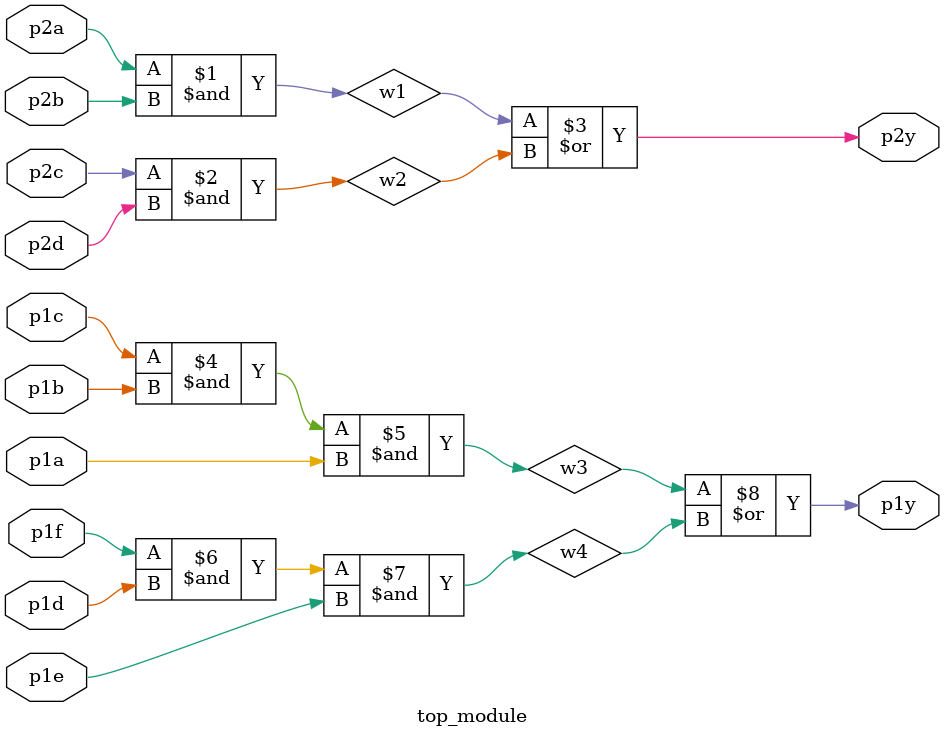
<source format=v>
module top_module ( 
    input p1a, p1b, p1c, p1d, p1e, p1f,
    output p1y,
    input p2a, p2b, p2c, p2d,
    output p2y );
    wire w1,w2,w3,w4;
    assign w1=p2a&p2b;
    assign w2 =p2c&p2d;
    assign p2y=w1|w2;
    assign w3=p1c&p1b&p1a;
    assign w4=p1f&p1d&p1e;
    assign p1y=w3|w4;
endmodule

</source>
